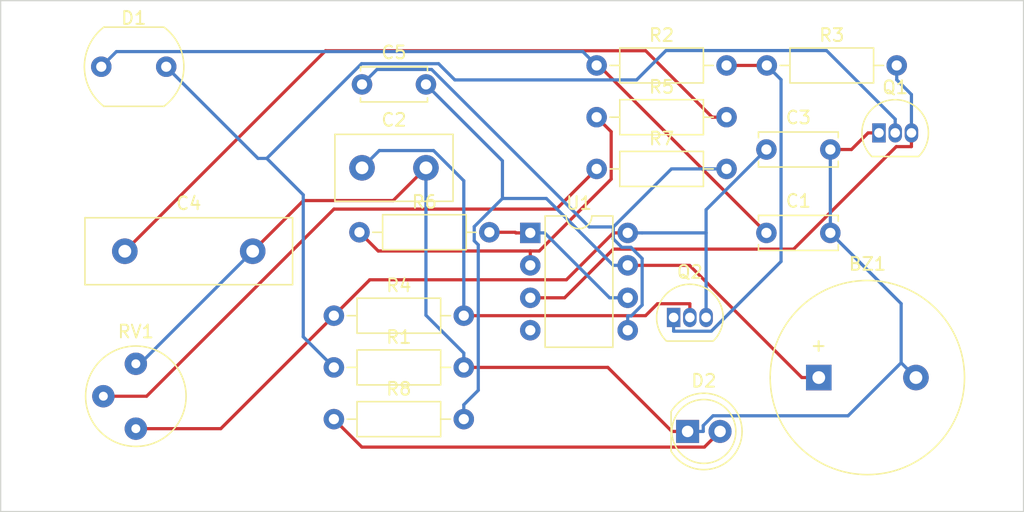
<source format=kicad_pcb>
(kicad_pcb (version 20211014) (generator pcbnew)
  (title_block (title "gammaray2usb") (date "2021-12-27") (rev "0.2x") (company "Fort Sand, Inc."))
  (layers (0 "F.Cu" signal) (31 "B.Cu" signal) (34 "B.Paste" user) (35 "F.Paste" user) (36 "B.SilkS" user "B.Silkscreen") (37 "F.SilkS" user "F.Silkscreen") (38 "B.Mask" user) (39 "F.Mask" user) (44 "Edge.Cuts" user))
  (net 0 "")
  (net 1 "Net-(BZ1-Pad1)")
  (net 2 "GND")
  (net 3 "Net-(C1-Pad1)")
  (net 4 "Net-(C2-Pad1)")
  (net 5 "+9V")
  (net 6 "Net-(C4-Pad1)")
  (net 7 "Net-(C5-Pad1)")
  (net 8 "Net-(D1-Pad2)")
  (net 9 "Net-(D2-Pad2)")
  (net 10 "Net-(Q1-Pad3)")
  (net 11 "Net-(Q2-Pad1)")
  (net 12 "Net-(R5-Pad1)")
  (net 13 "Net-(R6-Pad2)")
  (net 14 "Net-(R7-Pad1)")
  (net 15 "GNDREF")
  (footprint "Potentiometer_THT:Potentiometer_Bourns_3339P_Vertical_HandSoldering" (layer "F.Cu") (at 129.964837 104.854172)
    (fp_text reference "RV1" (at 0 -7.6) (layer "F.SilkS"))
    (fp_text value "250kΩ")
    (fp_circle (center 0 -2.54) (end 3.93 -2.54) (layer "F.SilkS") (width 0.12) (fill none))
    (pad "1" thru_hole circle locked (at 0 0) (size 1.75 1.75) (drill 0.7) (layers *.Cu *.Mask) (net 5 "+9V"))
    (pad "2" thru_hole circle locked (at -2.54 -2.54) (size 1.75 1.75) (drill 0.7) (layers *.Cu *.Mask) (net 14 "Net-(R7-Pad1)"))
    (pad "3" thru_hole circle locked (at 0 -5.08) (size 1.75 1.75) (drill 0.7) (layers *.Cu *.Mask) (net 2 "GND"))
  )
  (footprint "Resistor_THT:R_Axial_DIN0207_L6.3mm_D2.5mm_P10.16mm_Horizontal" (layer "F.Cu") (at 166.003437 76.418572)
    (fp_text reference "R2" (at 5.08 -2.37) (layer "F.SilkS"))
    (fp_text value "1.5M")
    (fp_line (start 9.12 0) (end 8.35 0) (layer "F.SilkS") (width 0.12))
    (fp_line (start 1.81 1.37) (end 8.35 1.37) (layer "F.SilkS") (width 0.12))
    (fp_line (start 1.81 -1.37) (end 1.81 1.37) (layer "F.SilkS") (width 0.12))
    (fp_line (start 1.04 0) (end 1.81 0) (layer "F.SilkS") (width 0.12))
    (fp_line (start 8.35 1.37) (end 8.35 -1.37) (layer "F.SilkS") (width 0.12))
    (fp_line (start 8.35 -1.37) (end 1.81 -1.37) (layer "F.SilkS") (width 0.12))
    (pad "1" thru_hole circle locked (at 0 0) (size 1.6 1.6) (drill 0.8) (layers *.Cu *.Mask) (net 3 "Net-(C1-Pad1)"))
    (pad "2" thru_hole oval locked (at 10.16 0) (size 1.6 1.6) (drill 0.8) (layers *.Cu *.Mask) (net 11 "Net-(Q2-Pad1)"))
  )
  (footprint "Resistor_THT:R_Axial_DIN0207_L6.3mm_D2.5mm_P10.16mm_Horizontal" (layer "F.Cu") (at 166.003437 80.468572)
    (fp_text reference "R5" (at 5.08 -2.37) (layer "F.SilkS"))
    (fp_text value "1k")
    (fp_line (start 9.12 0) (end 8.35 0) (layer "F.SilkS") (width 0.12))
    (fp_line (start 1.04 0) (end 1.81 0) (layer "F.SilkS") (width 0.12))
    (fp_line (start 1.81 1.37) (end 8.35 1.37) (layer "F.SilkS") (width 0.12))
    (fp_line (start 8.35 1.37) (end 8.35 -1.37) (layer "F.SilkS") (width 0.12))
    (fp_line (start 8.35 -1.37) (end 1.81 -1.37) (layer "F.SilkS") (width 0.12))
    (fp_line (start 1.81 -1.37) (end 1.81 1.37) (layer "F.SilkS") (width 0.12))
    (pad "1" thru_hole circle locked (at 0 0) (size 1.6 1.6) (drill 0.8) (layers *.Cu *.Mask) (net 12 "Net-(R5-Pad1)"))
    (pad "2" thru_hole oval locked (at 10.16 0) (size 1.6 1.6) (drill 0.8) (layers *.Cu *.Mask) (net 6 "Net-(C4-Pad1)"))
  )
  (footprint "Resistor_THT:R_Axial_DIN0207_L6.3mm_D2.5mm_P10.16mm_Horizontal" (layer "F.Cu") (at 145.453437 104.108572)
    (fp_text reference "R8" (at 5.08 -2.37) (layer "F.SilkS"))
    (fp_text value "1k")
    (fp_line (start 1.81 1.37) (end 8.35 1.37) (layer "F.SilkS") (width 0.12))
    (fp_line (start 1.81 -1.37) (end 1.81 1.37) (layer "F.SilkS") (width 0.12))
    (fp_line (start 8.35 -1.37) (end 1.81 -1.37) (layer "F.SilkS") (width 0.12))
    (fp_line (start 1.04 0) (end 1.81 0) (layer "F.SilkS") (width 0.12))
    (fp_line (start 8.35 1.37) (end 8.35 -1.37) (layer "F.SilkS") (width 0.12))
    (fp_line (start 9.12 0) (end 8.35 0) (layer "F.SilkS") (width 0.12))
    (pad "1" thru_hole circle locked (at 0 0) (size 1.6 1.6) (drill 0.8) (layers *.Cu *.Mask) (net 9 "Net-(D2-Pad2)"))
    (pad "2" thru_hole oval locked (at 10.16 0) (size 1.6 1.6) (drill 0.8) (layers *.Cu *.Mask) (net 1 "Net-(BZ1-Pad1)"))
  )
  (footprint "Capacitor_THT:C_Disc_D6.0mm_W2.5mm_P5.00mm" (layer "F.Cu") (at 179.281137 89.528572)
    (fp_text reference "C1" (at 2.5 -2.5) (layer "F.SilkS"))
    (fp_text value "0.1µF")
    (fp_line (start -0.62 -1.37) (end -0.62 -0.925) (layer "F.SilkS") (width 0.12))
    (fp_line (start -0.62 -1.37) (end 5.62 -1.37) (layer "F.SilkS") (width 0.12))
    (fp_line (start 5.62 0.925) (end 5.62 1.37) (layer "F.SilkS") (width 0.12))
    (fp_line (start -0.62 0.925) (end -0.62 1.37) (layer "F.SilkS") (width 0.12))
    (fp_line (start -0.62 1.37) (end 5.62 1.37) (layer "F.SilkS") (width 0.12))
    (fp_line (start 5.62 -1.37) (end 5.62 -0.925) (layer "F.SilkS") (width 0.12))
    (pad "1" thru_hole circle locked (at 0 0) (size 1.6 1.6) (drill 0.8) (layers *.Cu *.Mask) (net 3 "Net-(C1-Pad1)"))
    (pad "2" thru_hole circle locked (at 5 0) (size 1.6 1.6) (drill 0.8) (layers *.Cu *.Mask) (net 2 "GND"))
  )
  (footprint "Resistor_THT:R_Axial_DIN0207_L6.3mm_D2.5mm_P10.16mm_Horizontal" (layer "F.Cu") (at 179.313437 76.418572)
    (fp_text reference "R3" (at 5.08 -2.37) (layer "F.SilkS"))
    (fp_text value "56k")
    (fp_line (start 8.35 -1.37) (end 1.81 -1.37) (layer "F.SilkS") (width 0.12))
    (fp_line (start 1.81 1.37) (end 8.35 1.37) (layer "F.SilkS") (width 0.12))
    (fp_line (start 8.35 1.37) (end 8.35 -1.37) (layer "F.SilkS") (width 0.12))
    (fp_line (start 1.04 0) (end 1.81 0) (layer "F.SilkS") (width 0.12))
    (fp_line (start 9.12 0) (end 8.35 0) (layer "F.SilkS") (width 0.12))
    (fp_line (start 1.81 -1.37) (end 1.81 1.37) (layer "F.SilkS") (width 0.12))
    (pad "1" thru_hole circle locked (at 0 0) (size 1.6 1.6) (drill 0.8) (layers *.Cu *.Mask) (net 11 "Net-(Q2-Pad1)"))
    (pad "2" thru_hole oval locked (at 10.16 0) (size 1.6 1.6) (drill 0.8) (layers *.Cu *.Mask) (net 10 "Net-(Q1-Pad3)"))
  )
  (footprint "Resistor_THT:R_Axial_DIN0207_L6.3mm_D2.5mm_P10.16mm_Horizontal" (layer "F.Cu") (at 147.453437 89.478572)
    (fp_text reference "R6" (at 5.08 -2.37) (layer "F.SilkS"))
    (fp_text value "1.5M")
    (fp_line (start 1.81 1.37) (end 8.35 1.37) (layer "F.SilkS") (width 0.12))
    (fp_line (start 8.35 -1.37) (end 1.81 -1.37) (layer "F.SilkS") (width 0.12))
    (fp_line (start 9.12 0) (end 8.35 0) (layer "F.SilkS") (width 0.12))
    (fp_line (start 1.81 -1.37) (end 1.81 1.37) (layer "F.SilkS") (width 0.12))
    (fp_line (start 8.35 1.37) (end 8.35 -1.37) (layer "F.SilkS") (width 0.12))
    (fp_line (start 1.04 0) (end 1.81 0) (layer "F.SilkS") (width 0.12))
    (pad "1" thru_hole circle locked (at 0 0) (size 1.6 1.6) (drill 0.8) (layers *.Cu *.Mask) (net 12 "Net-(R5-Pad1)"))
    (pad "2" thru_hole oval locked (at 10.16 0) (size 1.6 1.6) (drill 0.8) (layers *.Cu *.Mask) (net 13 "Net-(R6-Pad2)"))
  )
  (footprint "Package_TO_SOT_THT:TO-92_Inline" (layer "F.Cu") (at 188.083437 81.698572)
    (fp_text reference "Q1" (at 1.27 -3.56) (layer "F.SilkS"))
    (fp_text value "2N7000")
    (fp_line (start -0.53 1.85) (end 3.07 1.85) (layer "F.SilkS") (width 0.12))
    (fp_arc (start 1.27 -2.6) (mid 3.672087 -0.994977) (end 3.108478 1.838478) (layer "F.SilkS") (width 0.12))
    (fp_arc (start -0.568478 1.838478) (mid -1.132087 -0.994977) (end 1.27 -2.6) (layer "F.SilkS") (width 0.12))
    (pad "1" thru_hole rect locked (at 0 0) (size 1.05 1.5) (drill 0.75) (layers *.Cu *.Mask) (net 2 "GND"))
    (pad "2" thru_hole oval locked (at 1.27 0) (size 1.05 1.5) (drill 0.75) (layers *.Cu *.Mask) (net 8 "Net-(D1-Pad2)"))
    (pad "3" thru_hole oval locked (at 2.54 0) (size 1.05 1.5) (drill 0.75) (layers *.Cu *.Mask) (net 10 "Net-(Q1-Pad3)"))
  )
  (footprint "Package_DIP:DIP-8_W7.62mm" (layer "F.Cu") (at 160.813437 89.528572)
    (fp_text reference "U1" (at 3.81 -2.33) (layer "F.SilkS"))
    (fp_text value "LM358")
    (fp_line (start 6.46 -1.33) (end 4.81 -1.33) (layer "F.SilkS") (width 0.12))
    (fp_line (start 2.81 -1.33) (end 1.16 -1.33) (layer "F.SilkS") (width 0.12))
    (fp_line (start 1.16 8.95) (end 6.46 8.95) (layer "F.SilkS") (width 0.12))
    (fp_line (start 1.16 -1.33) (end 1.16 8.95) (layer "F.SilkS") (width 0.12))
    (fp_line (start 6.46 8.95) (end 6.46 -1.33) (layer "F.SilkS") (width 0.12))
    (fp_arc (start 4.81 -1.33) (mid 3.81 -0.33) (end 2.81 -1.33) (layer "F.SilkS") (width 0.12))
    (pad "1" thru_hole rect locked (at 0 0) (size 1.6 1.6) (drill 0.8) (layers *.Cu *.Mask) (net 13 "Net-(R6-Pad2)"))
    (pad "2" thru_hole oval locked (at 0 2.54) (size 1.6 1.6) (drill 0.8) (layers *.Cu *.Mask) (net 12 "Net-(R5-Pad1)"))
    (pad "3" thru_hole oval locked (at 0 5.08) (size 1.6 1.6) (drill 0.8) (layers *.Cu *.Mask) (net 10 "Net-(Q1-Pad3)"))
    (pad "4" thru_hole oval locked (at 0 7.62) (size 1.6 1.6) (drill 0.8) (layers *.Cu *.Mask) (net 15 "GNDREF"))
    (pad "5" thru_hole oval locked (at 7.62 7.62) (size 1.6 1.6) (drill 0.8) (layers *.Cu *.Mask) (net 7 "Net-(C5-Pad1)"))
    (pad "6" thru_hole oval locked (at 7.62 5.08) (size 1.6 1.6) (drill 0.8) (layers *.Cu *.Mask) (net 13 "Net-(R6-Pad2)"))
    (pad "7" thru_hole oval locked (at 7.62 2.54) (size 1.6 1.6) (drill 0.8) (layers *.Cu *.Mask) (net 1 "Net-(BZ1-Pad1)"))
    (pad "8" thru_hole oval locked (at 7.62 0) (size 1.6 1.6) (drill 0.8) (layers *.Cu *.Mask) (net 5 "+9V"))
  )
  (footprint "Resistor_THT:R_Axial_DIN0207_L6.3mm_D2.5mm_P10.16mm_Horizontal" (layer "F.Cu") (at 145.453437 100.058572)
    (fp_text reference "R1" (at 5.08 -2.37) (layer "F.SilkS"))
    (fp_text value "10M")
    (fp_line (start 9.12 0) (end 8.35 0) (layer "F.SilkS") (width 0.12))
    (fp_line (start 8.35 -1.37) (end 1.81 -1.37) (layer "F.SilkS") (width 0.12))
    (fp_line (start 8.35 1.37) (end 8.35 -1.37) (layer "F.SilkS") (width 0.12))
    (fp_line (start 1.81 -1.37) (end 1.81 1.37) (layer "F.SilkS") (width 0.12))
    (fp_line (start 1.04 0) (end 1.81 0) (layer "F.SilkS") (width 0.12))
    (fp_line (start 1.81 1.37) (end 8.35 1.37) (layer "F.SilkS") (width 0.12))
    (pad "1" thru_hole circle locked (at 0 0) (size 1.6 1.6) (drill 0.8) (layers *.Cu *.Mask) (net 8 "Net-(D1-Pad2)"))
    (pad "2" thru_hole oval locked (at 10.16 0) (size 1.6 1.6) (drill 0.8) (layers *.Cu *.Mask) (net 2 "GND"))
  )
  (footprint "Resistor_THT:R_Axial_DIN0207_L6.3mm_D2.5mm_P10.16mm_Horizontal" (layer "F.Cu") (at 166.003437 84.518572)
    (fp_text reference "R7" (at 5.08 -2.37) (layer "F.SilkS"))
    (fp_text value "1k")
    (fp_line (start 8.35 -1.37) (end 1.81 -1.37) (layer "F.SilkS") (width 0.12))
    (fp_line (start 9.12 0) (end 8.35 0) (layer "F.SilkS") (width 0.12))
    (fp_line (start 1.81 -1.37) (end 1.81 1.37) (layer "F.SilkS") (width 0.12))
    (fp_line (start 8.35 1.37) (end 8.35 -1.37) (layer "F.SilkS") (width 0.12))
    (fp_line (start 1.81 1.37) (end 8.35 1.37) (layer "F.SilkS") (width 0.12))
    (fp_line (start 1.04 0) (end 1.81 0) (layer "F.SilkS") (width 0.12))
    (pad "1" thru_hole circle locked (at 0 0) (size 1.6 1.6) (drill 0.8) (layers *.Cu *.Mask) (net 14 "Net-(R7-Pad1)"))
    (pad "2" thru_hole oval locked (at 10.16 0) (size 1.6 1.6) (drill 0.8) (layers *.Cu *.Mask) (net 7 "Net-(C5-Pad1)"))
  )
  (footprint "Buzzer_Beeper:Buzzer_15x7.5RM7.6" (layer "F.Cu") (at 183.376037 100.852672)
    (fp_text reference "BZ1" (at 3.81 -8.89) (layer "F.SilkS"))
    (fp_text value "Buzzer")
    (fp_text user "+" (at -0.01 -2.54) (layer "F.SilkS"))
    (fp_circle (center 3.8 0) (end 11.4 0) (layer "F.SilkS") (width 0.12) (fill none))
    (pad "1" thru_hole rect locked (at 0 0) (size 2 2) (drill 1) (layers *.Cu *.Mask) (net 1 "Net-(BZ1-Pad1)"))
    (pad "2" thru_hole circle locked (at 7.6 0) (size 2 2) (drill 1) (layers *.Cu *.Mask) (net 2 "GND"))
  )
  (footprint "Capacitor_THT:C_Disc_D5.0mm_W2.5mm_P5.00mm" (layer "F.Cu") (at 147.653437 77.903572)
    (fp_text reference "C5" (at 2.5 -2.5) (layer "F.SilkS"))
    (fp_text value "0.01µF")
    (fp_line (start -0.12 1.37) (end 5.12 1.37) (layer "F.SilkS") (width 0.12))
    (fp_line (start 5.12 1.055) (end 5.12 1.37) (layer "F.SilkS") (width 0.12))
    (fp_line (start -0.12 1.055) (end -0.12 1.37) (layer "F.SilkS") (width 0.12))
    (fp_line (start 5.12 -1.37) (end 5.12 -1.055) (layer "F.SilkS") (width 0.12))
    (fp_line (start -0.12 -1.37) (end -0.12 -1.055) (layer "F.SilkS") (width 0.12))
    (fp_line (start -0.12 -1.37) (end 5.12 -1.37) (layer "F.SilkS") (width 0.12))
    (pad "1" thru_hole circle locked (at 0 0) (size 1.6 1.6) (drill 0.8) (layers *.Cu *.Mask) (net 7 "Net-(C5-Pad1)"))
    (pad "2" thru_hole circle locked (at 5 0) (size 1.6 1.6) (drill 0.8) (layers *.Cu *.Mask) (net 1 "Net-(BZ1-Pad1)"))
  )
  (footprint "Capacitor_THT:C_Disc_D16.0mm_W5.0mm_P10.00mm" (layer "F.Cu") (at 129.103437 90.963572)
    (fp_text reference "C4" (at 5 -3.75) (layer "F.SilkS"))
    (fp_text value "0.02µF")
    (fp_line (start -3.12 2.62) (end 13.12 2.62) (layer "F.SilkS") (width 0.12))
    (fp_line (start 13.12 -2.62) (end 13.12 2.62) (layer "F.SilkS") (width 0.12))
    (fp_line (start -3.12 -2.62) (end 13.12 -2.62) (layer "F.SilkS") (width 0.12))
    (fp_line (start -3.12 -2.62) (end -3.12 2.62) (layer "F.SilkS") (width 0.12))
    (pad "1" thru_hole circle locked (at 0 0) (size 2 2) (drill 1) (layers *.Cu *.Mask) (net 6 "Net-(C4-Pad1)"))
    (pad "2" thru_hole circle locked (at 10 0) (size 2 2) (drill 1) (layers *.Cu *.Mask) (net 2 "GND"))
  )
  (footprint "Capacitor_THT:C_Disc_D6.0mm_W2.5mm_P5.00mm" (layer "F.Cu") (at 179.281137 82.998572)
    (fp_text reference "C3" (at 2.5 -2.5) (layer "F.SilkS"))
    (fp_text value "0.1µF")
    (fp_line (start 5.62 -1.37) (end 5.62 -0.925) (layer "F.SilkS") (width 0.12))
    (fp_line (start -0.62 -1.37) (end 5.62 -1.37) (layer "F.SilkS") (width 0.12))
    (fp_line (start -0.62 0.925) (end -0.62 1.37) (layer "F.SilkS") (width 0.12))
    (fp_line (start -0.62 -1.37) (end -0.62 -0.925) (layer "F.SilkS") (width 0.12))
    (fp_line (start 5.62 0.925) (end 5.62 1.37) (layer "F.SilkS") (width 0.12))
    (fp_line (start -0.62 1.37) (end 5.62 1.37) (layer "F.SilkS") (width 0.12))
    (pad "1" thru_hole circle locked (at 0 0) (size 1.6 1.6) (drill 0.8) (layers *.Cu *.Mask) (net 5 "+9V"))
    (pad "2" thru_hole circle locked (at 5 0) (size 1.6 1.6) (drill 0.8) (layers *.Cu *.Mask) (net 2 "GND"))
  )
  (footprint "OptoDevice:R_LDR_7x6mm_P5.1mm_Vertical" (layer "F.Cu") (at 127.261137 76.518972)
    (fp_text reference "D1" (at 2.54 -3.81) (layer "F.SilkS"))
    (fp_text value "BPW34")
    (fp_line (start 0.2 -3.1) (end 4.9 -3.1) (layer "F.SilkS") (width 0.12))
    (fp_line (start 0.2 3.1) (end 4.9 3.1) (layer "F.SilkS") (width 0.12))
    (fp_arc (start 4.9 -3.1) (mid 6.460049 0.00492) (end 4.89209 3.105853) (layer "F.SilkS") (width 0.12))
    (fp_arc (start 0.2 3.1) (mid -1.320423 -0.016888) (end 0.226796 -3.120561) (layer "F.SilkS") (width 0.12))
    (pad "1" thru_hole circle locked (at 0 0) (size 1.6 1.6) (drill 0.8) (layers *.Cu *.Mask) (net 3 "Net-(C1-Pad1)"))
    (pad "2" thru_hole circle locked (at 5.08 0) (size 1.6 1.6) (drill 0.8) (layers *.Cu *.Mask) (net 8 "Net-(D1-Pad2)"))
  )
  (footprint "LED_THT:LED_D5.0mm" (layer "F.Cu") (at 173.116537 105.070472)
    (fp_text reference "D2" (at 1.27 -3.96) (layer "F.SilkS"))
    (fp_text value "LED")
    (fp_line (start -1.29 -1.545) (end -1.29 1.545) (layer "F.SilkS") (width 0.12))
    (fp_arc (start -1.29 -1.54483) (mid 2.072002 -2.880433) (end 4.26 0.000462) (layer "F.SilkS") (width 0.12))
    (fp_arc (start 4.26 -0.000462) (mid 2.072002 2.880433) (end -1.29 1.54483) (layer "F.SilkS") (width 0.12))
    (fp_circle (center 1.27 0) (end 3.77 0) (layer "F.SilkS") (width 0.12) (fill none))
    (pad "1" thru_hole rect locked (at 0 0) (size 1.8 1.8) (drill 0.9) (layers *.Cu *.Mask) (net 2 "GND"))
    (pad "2" thru_hole circle locked (at 2.54 0) (size 1.8 1.8) (drill 0.9) (layers *.Cu *.Mask) (net 9 "Net-(D2-Pad2)"))
  )
  (footprint "Package_TO_SOT_THT:TO-92_Inline" (layer "F.Cu") (at 172.023437 96.148572)
    (fp_text reference "Q2" (at 1.27 -3.56) (layer "F.SilkS"))
    (fp_text value "2N3904")
    (fp_line (start -0.53 1.85) (end 3.07 1.85) (layer "F.SilkS") (width 0.12))
    (fp_arc (start 1.27 -2.6) (mid 3.672087 -0.994977) (end 3.108478 1.838478) (layer "F.SilkS") (width 0.12))
    (fp_arc (start -0.568478 1.838478) (mid -1.132087 -0.994977) (end 1.27 -2.6) (layer "F.SilkS") (width 0.12))
    (pad "1" thru_hole rect locked (at 0 0) (size 1.05 1.5) (drill 0.75) (layers *.Cu *.Mask) (net 11 "Net-(Q2-Pad1)"))
    (pad "2" thru_hole oval locked (at 1.27 0) (size 1.05 1.5) (drill 0.75) (layers *.Cu *.Mask) (net 4 "Net-(C2-Pad1)"))
    (pad "3" thru_hole oval locked (at 2.54 0) (size 1.05 1.5) (drill 0.75) (layers *.Cu *.Mask) (net 5 "+9V"))
  )
  (footprint "Resistor_THT:R_Axial_DIN0207_L6.3mm_D2.5mm_P10.16mm_Horizontal" (layer "F.Cu") (at 145.453437 96.008572)
    (fp_text reference "R4" (at 5.08 -2.37) (layer "F.SilkS"))
    (fp_text value "150k")
    (fp_line (start 8.35 1.37) (end 8.35 -1.37) (layer "F.SilkS") (width 0.12))
    (fp_line (start 1.81 1.37) (end 8.35 1.37) (layer "F.SilkS") (width 0.12))
    (fp_line (start 1.04 0) (end 1.81 0) (layer "F.SilkS") (width 0.12))
    (fp_line (start 8.35 -1.37) (end 1.81 -1.37) (layer "F.SilkS") (width 0.12))
    (fp_line (start 1.81 -1.37) (end 1.81 1.37) (layer "F.SilkS") (width 0.12))
    (fp_line (start 9.12 0) (end 8.35 0) (layer "F.SilkS") (width 0.12))
    (pad "1" thru_hole circle locked (at 0 0) (size 1.6 1.6) (drill 0.8) (layers *.Cu *.Mask) (net 5 "+9V"))
    (pad "2" thru_hole oval locked (at 10.16 0) (size 1.6 1.6) (drill 0.8) (layers *.Cu *.Mask) (net 4 "Net-(C2-Pad1)"))
  )
  (footprint "Capacitor_THT:C_Disc_D9.0mm_W5.0mm_P5.00mm" (layer "F.Cu") (at 147.653437 84.433572)
    (fp_text reference "C2" (at 2.5 -3.75) (layer "F.SilkS"))
    (fp_text value "100 uF")
    (fp_line (start -2.12 2.62) (end 7.12 2.62) (layer "F.SilkS") (width 0.12))
    (fp_line (start -2.12 -2.62) (end -2.12 2.62) (layer "F.SilkS") (width 0.12))
    (fp_line (start -2.12 -2.62) (end 7.12 -2.62) (layer "F.SilkS") (width 0.12))
    (fp_line (start 7.12 -2.62) (end 7.12 2.62) (layer "F.SilkS") (width 0.12))
    (pad "1" thru_hole circle locked (at 0 0) (size 2 2) (drill 1) (layers *.Cu *.Mask) (net 4 "Net-(C2-Pad1)"))
    (pad "2" thru_hole circle locked (at 5 0) (size 2 2) (drill 1) (layers *.Cu *.Mask) (net 2 "GND"))
  )
  (gr_line (start 199.390549 111.345251) (end 119.390549 111.345251) (layer "Edge.Cuts") (width 0.1))
  (gr_line (start 119.390549 71.345251) (end 199.390549 71.345251) (layer "Edge.Cuts") (width 0.1))
  (gr_line (start 199.390549 71.345251) (end 199.390549 111.345251) (layer "Edge.Cuts") (width 0.1))
  (gr_line (start 119.390549 111.345251) (end 119.390549 71.345251) (layer "Edge.Cuts") (width 0.1))
  (segment (start 168.433437 92.068572) (end 173.266637 92.068572) (width 0.25) (layer "F.Cu") (net 1))
  (segment (start 173.266637 92.068572) (end 182.050737 100.852672) (width 0.25) (layer "F.Cu") (net 1))
  (segment (start 183.376037 100.852672) (end 182.050737 100.852672) (width 0.25) (layer "F.Cu") (net 1))
  (segment (start 155.613437 102.983272) (end 156.745237 101.851472) (width 0.25) (layer "B.Cu") (net 1))
  (segment (start 156.430937 90.146272) (end 156.430937 89.037972) (width 0.25) (layer "B.Cu") (net 1))
  (segment (start 156.745237 90.460572) (end 156.430937 90.146272) (width 0.25) (layer "B.Cu") (net 1))
  (segment (start 168.433437 92.068572) (end 167.308137 92.068572) (width 0.25) (layer "B.Cu") (net 1))
  (segment (start 156.745237 101.851472) (end 156.745237 90.460572) (width 0.25) (layer "B.Cu") (net 1))
  (segment (start 158.636037 83.886172) (end 158.636037 86.832872) (width 0.25) (layer "B.Cu") (net 1))
  (segment (start 152.653437 77.903572) (end 158.636037 83.886172) (width 0.25) (layer "B.Cu") (net 1))
  (segment (start 156.430937 89.037972) (end 158.636037 86.832872) (width 0.25) (layer "B.Cu") (net 1))
  (segment (start 155.613437 104.108572) (end 155.613437 102.983272) (width 0.25) (layer "B.Cu") (net 1))
  (segment (start 158.636037 86.832872) (end 162.072437 86.832872) (width 0.25) (layer "B.Cu") (net 1))
  (segment (start 162.072437 86.832872) (end 167.308137 92.068572) (width 0.25) (layer "B.Cu") (net 1))
  (segment (start 150.089537 86.997472) (end 143.069537 86.997472) (width 0.25) (layer "F.Cu") (net 2))
  (segment (start 184.281137 82.998572) (end 185.933137 82.998572) (width 0.25) (layer "F.Cu") (net 2))
  (segment (start 155.613437 100.058572) (end 166.879337 100.058572) (width 0.25) (layer "F.Cu") (net 2))
  (segment (start 152.653437 84.433572) (end 150.089537 86.997472) (width 0.25) (layer "F.Cu") (net 2))
  (segment (start 173.116537 105.070472) (end 171.891237 105.070472) (width 0.25) (layer "F.Cu") (net 2))
  (segment (start 143.069537 86.997472) (end 139.103437 90.963572) (width 0.25) (layer "F.Cu") (net 2))
  (segment (start 185.933137 82.998572) (end 187.233137 81.698572) (width 0.25) (layer "F.Cu") (net 2))
  (segment (start 188.083437 81.698572) (end 187.233137 81.698572) (width 0.25) (layer "F.Cu") (net 2))
  (segment (start 166.879337 100.058572) (end 171.891237 105.070472) (width 0.25) (layer "F.Cu") (net 2))
  (segment (start 184.281137 89.528572) (end 184.281137 82.998572) (width 0.25) (layer "B.Cu") (net 2))
  (segment (start 152.653437 95.973272) (end 152.653437 84.433572) (width 0.25) (layer "B.Cu") (net 2))
  (segment (start 155.613437 100.058572) (end 155.613437 98.933272) (width 0.25) (layer "B.Cu") (net 2))
  (segment (start 139.103437 90.963572) (end 130.292837 99.774172) (width 0.25) (layer "B.Cu") (net 2))
  (segment (start 189.818737 99.695372) (end 185.668937 103.845172) (width 0.25) (layer "B.Cu") (net 2))
  (segment (start 175.107537 103.845172) (end 174.341837 104.610872) (width 0.25) (layer "B.Cu") (net 2))
  (segment (start 189.818737 95.066172) (end 189.818737 99.695372) (width 0.25) (layer "B.Cu") (net 2))
  (segment (start 190.976037 100.852672) (end 189.818737 99.695372) (width 0.25) (layer "B.Cu") (net 2))
  (segment (start 174.341837 104.610872) (end 174.341837 105.070472) (width 0.25) (layer "B.Cu") (net 2))
  (segment (start 130.292837 99.774172) (end 129.964837 99.774172) (width 0.25) (layer "B.Cu") (net 2))
  (segment (start 155.613437 98.933272) (end 152.653437 95.973272) (width 0.25) (layer "B.Cu") (net 2))
  (segment (start 173.116537 105.070472) (end 174.341837 105.070472) (width 0.25) (layer "B.Cu") (net 2))
  (segment (start 184.281137 89.528572) (end 189.818737 95.066172) (width 0.25) (layer "B.Cu") (net 2))
  (segment (start 185.668937 103.845172) (end 175.107537 103.845172) (width 0.25) (layer "B.Cu") (net 2))
  (segment (start 179.281137 89.528572) (end 166.171137 76.418572) (width 0.25) (layer "F.Cu") (net 3))
  (segment (start 166.171137 76.418572) (end 166.003437 76.418572) (width 0.25) (layer "F.Cu") (net 3))
  (segment (start 166.003437 76.418572) (end 164.917237 75.332372) (width 0.25) (layer "B.Cu") (net 3))
  (segment (start 164.917237 75.332372) (end 128.447737 75.332372) (width 0.25) (layer "B.Cu") (net 3))
  (segment (start 128.447737 75.332372) (end 127.261137 76.518972) (width 0.25) (layer "B.Cu") (net 3))
  (segment (start 173.293437 95.073272) (end 170.763037 95.073272) (width 0.25) (layer "F.Cu") (net 4))
  (segment (start 173.293437 96.148572) (end 173.293437 95.073272) (width 0.25) (layer "F.Cu") (net 4))
  (segment (start 170.763037 95.073272) (end 169.827737 96.008572) (width 0.25) (layer "F.Cu") (net 4))
  (segment (start 169.827737 96.008572) (end 155.613437 96.008572) (width 0.25) (layer "F.Cu") (net 4))
  (segment (start 155.613437 96.008572) (end 155.613437 85.446372) (width 0.25) (layer "B.Cu") (net 4))
  (segment (start 153.247937 83.080872) (end 149.006137 83.080872) (width 0.25) (layer "B.Cu") (net 4))
  (segment (start 149.006137 83.080872) (end 147.653437 84.433572) (width 0.25) (layer "B.Cu") (net 4))
  (segment (start 155.613437 85.446372) (end 153.247937 83.080872) (width 0.25) (layer "B.Cu") (net 4))
  (segment (start 136.607837 104.854172) (end 129.964837 104.854172) (width 0.25) (layer "F.Cu") (net 5))
  (segment (start 163.638237 93.198472) (end 148.263437 93.198472) (width 0.25) (layer "F.Cu") (net 5))
  (segment (start 168.433437 89.528572) (end 167.308137 89.528572) (width 0.25) (layer "F.Cu") (net 5))
  (segment (start 145.453437 96.008572) (end 136.607837 104.854172) (width 0.25) (layer "F.Cu") (net 5))
  (segment (start 167.308137 89.528572) (end 163.638237 93.198472) (width 0.25) (layer "F.Cu") (net 5))
  (segment (start 148.263437 93.198472) (end 148.263437 93.198572) (width 0.25) (layer "F.Cu") (net 5))
  (segment (start 148.263437 93.198572) (end 145.453437 96.008572) (width 0.25) (layer "F.Cu") (net 5))
  (segment (start 174.563437 89.528572) (end 169.558737 89.528572) (width 0.25) (layer "B.Cu") (net 5))
  (segment (start 168.433437 89.528572) (end 169.558737 89.528572) (width 0.25) (layer "B.Cu") (net 5))
  (segment (start 179.281137 82.998572) (end 174.563437 87.716272) (width 0.25) (layer "B.Cu") (net 5))
  (segment (start 174.563437 89.528572) (end 174.563437 96.148572) (width 0.25) (layer "B.Cu") (net 5))
  (segment (start 174.563437 87.716272) (end 174.563437 89.528572) (width 0.25) (layer "B.Cu") (net 5))
  (segment (start 144.799737 75.267272) (end 169.836837 75.267272) (width 0.25) (layer "F.Cu") (net 6))
  (segment (start 129.103437 90.963572) (end 144.799737 75.267272) (width 0.25) (layer "F.Cu") (net 6))
  (segment (start 176.163437 80.468572) (end 175.038137 80.468572) (width 0.25) (layer "F.Cu") (net 6))
  (segment (start 169.836837 75.267272) (end 175.038137 80.468572) (width 0.25) (layer "F.Cu") (net 6))
  (segment (start 147.653437 77.903572) (end 148.823737 76.733272) (width 0.25) (layer "B.Cu") (net 7))
  (segment (start 167.308137 89.062372) (end 167.308137 89.994772) (width 0.25) (layer "B.Cu") (net 7))
  (segment (start 148.823737 76.733272) (end 153.095237 76.733272) (width 0.25) (layer "B.Cu") (net 7))
  (segment (start 167.308137 89.994772) (end 167.967237 90.653872) (width 0.25) (layer "B.Cu") (net 7))
  (segment (start 168.683137 90.653872) (end 169.562437 91.533172) (width 0.25) (layer "B.Cu") (net 7))
  (segment (start 153.095237 76.733272) (end 165.424337 89.062372) (width 0.25) (layer "B.Cu") (net 7))
  (segment (start 165.424337 89.062372) (end 167.308137 89.062372) (width 0.25) (layer "B.Cu") (net 7))
  (segment (start 168.433437 97.148572) (end 168.433437 96.023272) (width 0.25) (layer "B.Cu") (net 7))
  (segment (start 169.562437 95.175672) (end 168.714837 96.023272) (width 0.25) (layer "B.Cu") (net 7))
  (segment (start 167.967237 90.653872) (end 168.683137 90.653872) (width 0.25) (layer "B.Cu") (net 7))
  (segment (start 171.851937 84.518572) (end 167.308137 89.062372) (width 0.25) (layer "B.Cu") (net 7))
  (segment (start 169.562437 91.533172) (end 169.562437 95.175672) (width 0.25) (layer "B.Cu") (net 7))
  (segment (start 168.714837 96.023272) (end 168.433437 96.023272) (width 0.25) (layer "B.Cu") (net 7))
  (segment (start 176.163437 84.518572) (end 171.851937 84.518572) (width 0.25) (layer "B.Cu") (net 7))
  (segment (start 147.616137 76.282872) (end 140.203537 83.695472) (width 0.25) (layer "B.Cu") (net 8))
  (segment (start 140.203537 83.695472) (end 143.057737 86.549672) (width 0.25) (layer "B.Cu") (net 8))
  (segment (start 143.057737 97.662872) (end 145.453437 100.058572) (width 0.25) (layer "B.Cu") (net 8))
  (segment (start 153.642937 76.282872) (end 147.616137 76.282872) (width 0.25) (layer "B.Cu") (net 8))
  (segment (start 143.057737 86.549672) (end 143.057737 97.662872) (width 0.25) (layer "B.Cu") (net 8))
  (segment (start 171.426637 75.253072) (end 169.126937 77.552772) (width 0.25) (layer "B.Cu") (net 8))
  (segment (start 189.353437 80.623272) (end 183.983237 75.253072) (width 0.25) (layer "B.Cu") (net 8))
  (segment (start 189.353437 81.698572) (end 189.353437 80.623272) (width 0.25) (layer "B.Cu") (net 8))
  (segment (start 154.912837 77.552772) (end 153.642937 76.282872) (width 0.25) (layer "B.Cu") (net 8))
  (segment (start 139.517637 83.695472) (end 132.341137 76.518972) (width 0.25) (layer "B.Cu") (net 8))
  (segment (start 183.983237 75.253072) (end 171.426637 75.253072) (width 0.25) (layer "B.Cu") (net 8))
  (segment (start 169.126937 77.552772) (end 154.912837 77.552772) (width 0.25) (layer "B.Cu") (net 8))
  (segment (start 140.203537 83.695472) (end 139.517637 83.695472) (width 0.25) (layer "B.Cu") (net 8))
  (segment (start 174.431137 106.295872) (end 175.656537 105.070472) (width 0.25) (layer "F.Cu") (net 9))
  (segment (start 145.453437 104.108572) (end 147.640737 106.295872) (width 0.25) (layer "F.Cu") (net 9))
  (segment (start 147.640737 106.295872) (end 174.431137 106.295872) (width 0.25) (layer "F.Cu") (net 9))
  (segment (start 190.623437 81.698572) (end 190.623437 82.773872) (width 0.25) (layer "F.Cu") (net 10))
  (segment (start 190.623437 82.773872) (end 189.436137 82.773872) (width 0.25) (layer "F.Cu") (net 10))
  (segment (start 163.498037 94.608572) (end 160.813437 94.608572) (width 0.25) (layer "F.Cu") (net 10))
  (segment (start 167.308037 90.798572) (end 163.498037 94.608572) (width 0.25) (layer "F.Cu") (net 10))
  (segment (start 181.411437 90.798572) (end 167.308037 90.798572) (width 0.25) (layer "F.Cu") (net 10))
  (segment (start 189.436137 82.773872) (end 181.411437 90.798572) (width 0.25) (layer "F.Cu") (net 10))
  (segment (start 189.473437 76.418572) (end 189.473437 77.543872) (width 0.25) (layer "B.Cu") (net 10))
  (segment (start 190.623437 81.698572) (end 190.623437 78.693872) (width 0.25) (layer "B.Cu") (net 10))
  (segment (start 190.623437 78.693872) (end 189.473437 77.543872) (width 0.25) (layer "B.Cu") (net 10))
  (segment (start 176.163437 76.418572) (end 179.313437 76.418572) (width 0.25) (layer "F.Cu") (net 11))
  (segment (start 172.023437 97.223872) (end 174.968337 97.223872) (width 0.25) (layer "B.Cu") (net 11))
  (segment (start 172.023437 96.148572) (end 172.023437 97.223872) (width 0.25) (layer "B.Cu") (net 11))
  (segment (start 180.426137 77.531272) (end 179.313437 76.418572) (width 0.25) (layer "B.Cu") (net 11))
  (segment (start 180.426137 91.766072) (end 180.426137 77.531272) (width 0.25) (layer "B.Cu") (net 11))
  (segment (start 174.968337 97.223872) (end 180.426137 91.766072) (width 0.25) (layer "B.Cu") (net 11))
  (segment (start 166.003437 80.468572) (end 167.140637 81.605772) (width 0.25) (layer "F.Cu") (net 12))
  (segment (start 167.140637 81.605772) (end 167.140637 85.319372) (width 0.25) (layer "F.Cu") (net 12))
  (segment (start 167.140637 85.319372) (end 161.516737 90.943272) (width 0.25) (layer "F.Cu") (net 12))
  (segment (start 148.918137 90.943272) (end 160.813437 90.943272) (width 0.25) (layer "F.Cu") (net 12))
  (segment (start 161.516737 90.943272) (end 160.813437 90.943272) (width 0.25) (layer "F.Cu") (net 12))
  (segment (start 160.813437 92.068572) (end 160.813437 90.943272) (width 0.25) (layer "F.Cu") (net 12))
  (segment (start 147.453437 89.478572) (end 148.918137 90.943272) (width 0.25) (layer "F.Cu") (net 12))
  (segment (start 157.613437 89.478572) (end 159.638137 89.478572) (width 0.25) (layer "F.Cu") (net 13))
  (segment (start 159.638137 89.478572) (end 159.688137 89.528572) (width 0.25) (layer "F.Cu") (net 13))
  (segment (start 160.813437 89.528572) (end 159.688137 89.528572) (width 0.25) (layer "F.Cu") (net 13))
  (segment (start 167.018737 94.608572) (end 168.433437 94.608572) (width 0.25) (layer "B.Cu") (net 13))
  (segment (start 160.813437 89.528572) (end 161.938737 89.528572) (width 0.25) (layer "B.Cu") (net 13))
  (segment (start 161.938737 89.528572) (end 167.018737 94.608572) (width 0.25) (layer "B.Cu") (net 13))
  (segment (start 166.003437 84.518572) (end 162.858237 87.663772) (width 0.25) (layer "F.Cu") (net 14))
  (segment (start 130.807237 102.314172) (end 127.424837 102.314172) (width 0.25) (layer "F.Cu") (net 14))
  (segment (start 162.858237 87.663772) (end 145.457637 87.663772) (width 0.25) (layer "F.Cu") (net 14))
  (segment (start 145.457637 87.663772) (end 130.807237 102.314172) (width 0.25) (layer "F.Cu") (net 14))
)
</source>
